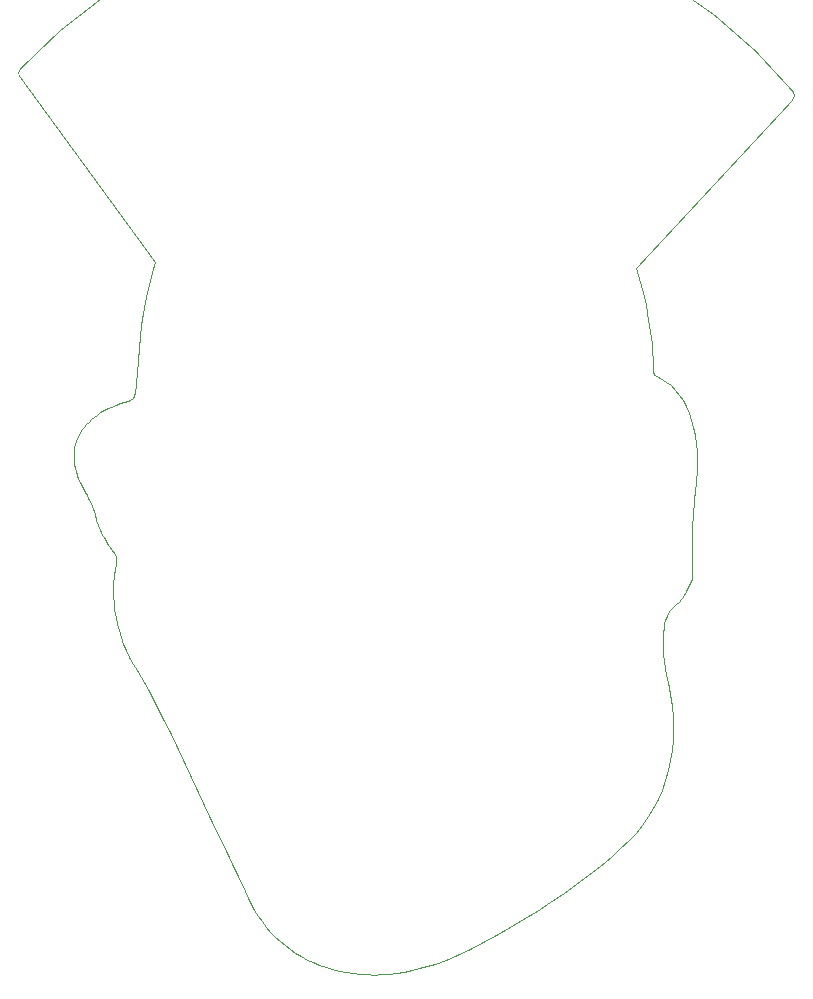
<source format=gbr>
%TF.GenerationSoftware,KiCad,Pcbnew,8.0.5*%
%TF.CreationDate,2024-10-29T18:32:59-07:00*%
%TF.ProjectId,dfiu-ch32v003,64666975-2d63-4683-9332-763030332e6b,rev?*%
%TF.SameCoordinates,Original*%
%TF.FileFunction,Profile,NP*%
%FSLAX46Y46*%
G04 Gerber Fmt 4.6, Leading zero omitted, Abs format (unit mm)*
G04 Created by KiCad (PCBNEW 8.0.5) date 2024-10-29 18:32:59*
%MOMM*%
%LPD*%
G01*
G04 APERTURE LIST*
%TA.AperFunction,Profile*%
%ADD10C,0.050000*%
%TD*%
%TA.AperFunction,Profile*%
%ADD11C,0.100000*%
%TD*%
G04 APERTURE END LIST*
D10*
X99850000Y-92450000D02*
G75*
G02*
X99770061Y-93141760I-404941J-303704D01*
G01*
X34345061Y-91178704D02*
G75*
G02*
X34425000Y-90486945I404939J303704D01*
G01*
X34345061Y-91178704D02*
X45786721Y-106866159D01*
X99770061Y-93141760D02*
X86557265Y-107386023D01*
X34426185Y-90488051D02*
G75*
G02*
X99850000Y-92450000I31848815J-29761949D01*
G01*
D11*
X86725274Y-107917529D02*
X86557265Y-107386023D01*
X87046554Y-109110163D02*
X86725274Y-107917529D01*
X87337678Y-110423367D02*
X87046554Y-109110163D01*
X87586045Y-111794434D02*
X87337678Y-110423367D01*
X87779053Y-113160656D02*
X87586045Y-111794434D01*
X87850859Y-113822355D02*
X87779053Y-113160656D01*
X87904100Y-114459326D02*
X87850859Y-113822355D01*
X87937199Y-115063733D02*
X87904100Y-114459326D01*
X87948582Y-115627736D02*
X87937199Y-115063733D01*
X87950361Y-115865031D02*
X87948582Y-115627736D01*
X87953936Y-115962993D02*
X87950361Y-115865031D01*
X87960503Y-116049145D02*
X87953936Y-115962993D01*
X87965191Y-116088256D02*
X87960503Y-116049145D01*
X87970965Y-116124970D02*
X87965191Y-116088256D01*
X87977937Y-116159473D02*
X87970965Y-116124970D01*
X87986221Y-116191951D02*
X87977937Y-116159473D01*
X87995928Y-116222589D02*
X87986221Y-116191951D01*
X88007173Y-116251572D02*
X87995928Y-116222589D01*
X88020067Y-116279087D02*
X88007173Y-116251572D01*
X88034722Y-116305318D02*
X88020067Y-116279087D01*
X88051253Y-116330451D02*
X88034722Y-116305318D01*
X88069771Y-116354672D02*
X88051253Y-116330451D01*
X88090389Y-116378165D02*
X88069771Y-116354672D01*
X88113219Y-116401117D02*
X88090389Y-116378165D01*
X88138375Y-116423713D02*
X88113219Y-116401117D01*
X88165969Y-116446138D02*
X88138375Y-116423713D01*
X88196114Y-116468578D02*
X88165969Y-116446138D01*
X88228922Y-116491219D02*
X88196114Y-116468578D01*
X88302978Y-116537843D02*
X88228922Y-116491219D01*
X88389040Y-116587494D02*
X88302978Y-116537843D01*
X88600785Y-116701812D02*
X88389040Y-116587494D01*
X89050218Y-116974190D02*
X88600785Y-116701812D01*
X89465625Y-117295793D02*
X89050218Y-116974190D01*
X89846654Y-117665453D02*
X89465625Y-117295793D01*
X90192950Y-118082004D02*
X89846654Y-117665453D01*
X90504161Y-118544279D02*
X90192950Y-118082004D01*
X90779933Y-119051112D02*
X90504161Y-118544279D01*
X91019913Y-119601335D02*
X90779933Y-119051112D01*
X91223748Y-120193784D02*
X91019913Y-119601335D01*
X91391084Y-120827290D02*
X91223748Y-120193784D01*
X91521568Y-121500688D02*
X91391084Y-120827290D01*
X91614847Y-122212810D02*
X91521568Y-121500688D01*
X91670568Y-122962491D02*
X91614847Y-122212810D01*
X91688377Y-123748563D02*
X91670568Y-122962491D01*
X91667920Y-124569860D02*
X91688377Y-123748563D01*
X91608846Y-125425215D02*
X91667920Y-124569860D01*
X91510800Y-126313462D02*
X91608846Y-125425215D01*
X91451177Y-126815254D02*
X91510800Y-126313462D01*
X91399904Y-127339992D02*
X91451177Y-126815254D01*
X91356984Y-127887590D02*
X91399904Y-127339992D01*
X91322420Y-128457963D02*
X91356984Y-127887590D01*
X91296215Y-129051025D02*
X91322420Y-128457963D01*
X91278372Y-129666693D02*
X91296215Y-129051025D01*
X91268894Y-130304880D02*
X91278372Y-129666693D01*
X91267785Y-130965501D02*
X91268894Y-130304880D01*
X91280221Y-133654988D02*
X91267785Y-130965501D01*
X90839158Y-134567143D02*
X91280221Y-133654988D01*
X90781797Y-134682744D02*
X90839158Y-134567143D01*
X90723648Y-134793795D02*
X90781797Y-134682744D01*
X90664602Y-134900434D02*
X90723648Y-134793795D01*
X90604552Y-135002800D02*
X90664602Y-134900434D01*
X90543392Y-135101032D02*
X90604552Y-135002800D01*
X90481014Y-135195267D02*
X90543392Y-135101032D01*
X90417311Y-135285645D02*
X90481014Y-135195267D01*
X90352175Y-135372303D02*
X90417311Y-135285645D01*
X90285501Y-135455380D02*
X90352175Y-135372303D01*
X90217179Y-135535014D02*
X90285501Y-135455380D01*
X90147104Y-135611343D02*
X90217179Y-135535014D01*
X90075168Y-135684507D02*
X90147104Y-135611343D01*
X90001264Y-135754642D02*
X90075168Y-135684507D01*
X89925284Y-135821888D02*
X90001264Y-135754642D01*
X89847122Y-135886384D02*
X89925284Y-135821888D01*
X89766671Y-135948266D02*
X89847122Y-135886384D01*
X89573736Y-136116096D02*
X89766671Y-135948266D01*
X89401752Y-136317301D02*
X89573736Y-136116096D01*
X89250751Y-136551484D02*
X89401752Y-136317301D01*
X89120768Y-136818248D02*
X89250751Y-136551484D01*
X89011837Y-137117196D02*
X89120768Y-136818248D01*
X88923991Y-137447932D02*
X89011837Y-137117196D01*
X88857264Y-137810058D02*
X88923991Y-137447932D01*
X88811689Y-138203177D02*
X88857264Y-137810058D01*
X88787301Y-138626893D02*
X88811689Y-138203177D01*
X88784133Y-139080809D02*
X88787301Y-138626893D01*
X88802219Y-139564527D02*
X88784133Y-139080809D01*
X88841592Y-140077652D02*
X88802219Y-139564527D01*
X88902287Y-140619785D02*
X88841592Y-140077652D01*
X88984337Y-141190531D02*
X88902287Y-140619785D01*
X89087775Y-141789493D02*
X88984337Y-141190531D01*
X89212636Y-142416272D02*
X89087775Y-141789493D01*
X89403078Y-143430552D02*
X89212636Y-142416272D01*
X89540320Y-144422457D02*
X89403078Y-143430552D01*
X89624429Y-145391715D02*
X89540320Y-144422457D01*
X89655472Y-146338052D02*
X89624429Y-145391715D01*
X89633517Y-147261196D02*
X89655472Y-146338052D01*
X89558631Y-148160872D02*
X89633517Y-147261196D01*
X89430881Y-149036808D02*
X89558631Y-148160872D01*
X89250336Y-149888731D02*
X89430881Y-149036808D01*
X89017063Y-150716366D02*
X89250336Y-149888731D01*
X88731128Y-151519442D02*
X89017063Y-150716366D01*
X88392600Y-152297684D02*
X88731128Y-151519442D01*
X88001545Y-153050819D02*
X88392600Y-152297684D01*
X87558032Y-153778575D02*
X88001545Y-153050819D01*
X87062128Y-154480678D02*
X87558032Y-153778575D01*
X86513899Y-155156855D02*
X87062128Y-154480678D01*
X85913415Y-155806832D02*
X86513899Y-155156855D01*
X85193307Y-156503158D02*
X85913415Y-155806832D01*
X84377711Y-157228518D02*
X85193307Y-156503158D01*
X83478328Y-157975466D02*
X84377711Y-157228518D01*
X82506858Y-158736554D02*
X83478328Y-157975466D01*
X81475004Y-159504335D02*
X82506858Y-158736554D01*
X80394467Y-160271362D02*
X81475004Y-159504335D01*
X79276948Y-161030189D02*
X80394467Y-160271362D01*
X78134148Y-161773367D02*
X79276948Y-161030189D01*
X76977770Y-162493452D02*
X78134148Y-161773367D01*
X75819514Y-163182994D02*
X76977770Y-162493452D01*
X74671082Y-163834547D02*
X75819514Y-163182994D01*
X73544175Y-164440665D02*
X74671082Y-163834547D01*
X72450495Y-164993900D02*
X73544175Y-164440665D01*
X71401743Y-165486805D02*
X72450495Y-164993900D01*
X70409620Y-165911934D02*
X71401743Y-165486805D01*
X69485829Y-166261838D02*
X70409620Y-165911934D01*
X68830806Y-166476637D02*
X69485829Y-166261838D01*
X68178227Y-166662337D02*
X68830806Y-166476637D01*
X67528835Y-166819222D02*
X68178227Y-166662337D01*
X66883374Y-166947578D02*
X67528835Y-166819222D01*
X66242586Y-167047688D02*
X66883374Y-166947578D01*
X65607215Y-167119837D02*
X66242586Y-167047688D01*
X64978004Y-167164309D02*
X65607215Y-167119837D01*
X64355696Y-167181389D02*
X64978004Y-167164309D01*
X63741034Y-167171361D02*
X64355696Y-167181389D01*
X63134762Y-167134511D02*
X63741034Y-167171361D01*
X62537623Y-167071121D02*
X63134762Y-167134511D01*
X61950360Y-166981478D02*
X62537623Y-167071121D01*
X61373716Y-166865864D02*
X61950360Y-166981478D01*
X60808435Y-166724566D02*
X61373716Y-166865864D01*
X60255260Y-166557866D02*
X60808435Y-166724566D01*
X59714933Y-166366051D02*
X60255260Y-166557866D01*
X59188199Y-166149403D02*
X59714933Y-166366051D01*
X58675800Y-165908208D02*
X59188199Y-166149403D01*
X58178480Y-165642751D02*
X58675800Y-165908208D01*
X57696982Y-165353315D02*
X58178480Y-165642751D01*
X57232048Y-165040185D02*
X57696982Y-165353315D01*
X56784423Y-164703645D02*
X57232048Y-165040185D01*
X56354850Y-164343981D02*
X56784423Y-164703645D01*
X55944071Y-163961476D02*
X56354850Y-164343981D01*
X55552830Y-163556415D02*
X55944071Y-163961476D01*
X55181871Y-163129082D02*
X55552830Y-163556415D01*
X54831935Y-162679763D02*
X55181871Y-163129082D01*
X54503768Y-162208741D02*
X54831935Y-162679763D01*
X54198111Y-161716301D02*
X54503768Y-162208741D01*
X53915708Y-161202727D02*
X54198111Y-161716301D01*
X53657303Y-160668304D02*
X53915708Y-161202727D01*
X53423638Y-160113317D02*
X53657303Y-160668304D01*
X53323116Y-159867831D02*
X53423638Y-160113317D01*
X53189597Y-159559448D02*
X53323116Y-159867831D01*
X52846614Y-158803682D02*
X53189597Y-159559448D01*
X52440777Y-157945397D02*
X52846614Y-158803682D01*
X52018172Y-157083974D02*
X52440777Y-157945397D01*
X50497462Y-153939121D02*
X52018172Y-157083974D01*
X48255929Y-149203099D02*
X50497462Y-153939121D01*
X47634957Y-147889551D02*
X48255929Y-149203099D01*
X47048844Y-146668437D02*
X47634957Y-147889551D01*
X46504070Y-145552615D02*
X47048844Y-146668437D01*
X46007119Y-144554946D02*
X46504070Y-145552615D01*
X45564471Y-143688290D02*
X46007119Y-144554946D01*
X45182609Y-142965505D02*
X45564471Y-143688290D01*
X44868014Y-142399451D02*
X45182609Y-142965505D01*
X44627168Y-142002988D02*
X44868014Y-142399451D01*
X44265932Y-141430992D02*
X44627168Y-142002988D01*
X43935150Y-140861326D02*
X44265932Y-141430992D01*
X43634677Y-140293391D02*
X43935150Y-140861326D01*
X43364372Y-139726592D02*
X43634677Y-140293391D01*
X43124090Y-139160329D02*
X43364372Y-139726592D01*
X42913689Y-138594006D02*
X43124090Y-139160329D01*
X42733025Y-138027025D02*
X42913689Y-138594006D01*
X42581956Y-137458789D02*
X42733025Y-138027025D01*
X42460337Y-136888701D02*
X42581956Y-137458789D01*
X42368026Y-136316162D02*
X42460337Y-136888701D01*
X42304879Y-135740576D02*
X42368026Y-136316162D01*
X42270754Y-135161345D02*
X42304879Y-135740576D01*
X42265507Y-134577871D02*
X42270754Y-135161345D01*
X42288995Y-133989558D02*
X42265507Y-134577871D01*
X42341074Y-133395807D02*
X42288995Y-133989558D01*
X42421602Y-132796022D02*
X42341074Y-133395807D01*
X42471916Y-132467495D02*
X42421602Y-132796022D01*
X42490596Y-132331867D02*
X42471916Y-132467495D01*
X42504485Y-132212483D02*
X42490596Y-132331867D01*
X42513227Y-132107206D02*
X42504485Y-132212483D01*
X42515557Y-132059191D02*
X42513227Y-132107206D01*
X42516468Y-132013901D02*
X42515557Y-132059191D01*
X42515915Y-131971071D02*
X42516468Y-132013901D01*
X42513853Y-131930433D02*
X42515915Y-131971071D01*
X42510239Y-131891721D02*
X42513853Y-131930433D01*
X42505028Y-131854666D02*
X42510239Y-131891721D01*
X42498176Y-131819003D02*
X42505028Y-131854666D01*
X42489637Y-131784465D02*
X42498176Y-131819003D01*
X42479369Y-131750784D02*
X42489637Y-131784465D01*
X42467326Y-131717693D02*
X42479369Y-131750784D01*
X42453465Y-131684927D02*
X42467326Y-131717693D01*
X42437740Y-131652216D02*
X42453465Y-131684927D01*
X42420108Y-131619296D02*
X42437740Y-131652216D01*
X42400524Y-131585898D02*
X42420108Y-131619296D01*
X42378944Y-131551757D02*
X42400524Y-131585898D01*
X42355323Y-131516604D02*
X42378944Y-131551757D01*
X42301782Y-131442197D02*
X42355323Y-131516604D01*
X42239547Y-131360543D02*
X42301782Y-131442197D01*
X42168263Y-131269506D02*
X42239547Y-131360543D01*
X42059534Y-131126519D02*
X42168263Y-131269506D01*
X41952588Y-130976055D02*
X42059534Y-131126519D01*
X41847523Y-130818319D02*
X41952588Y-130976055D01*
X41744438Y-130653517D02*
X41847523Y-130818319D01*
X41643432Y-130481856D02*
X41744438Y-130653517D01*
X41544604Y-130303540D02*
X41643432Y-130481856D01*
X41448052Y-130118776D02*
X41544604Y-130303540D01*
X41353876Y-129927769D02*
X41448052Y-130118776D01*
X41262174Y-129730726D02*
X41353876Y-129927769D01*
X41173045Y-129527851D02*
X41262174Y-129730726D01*
X41002902Y-129105432D02*
X41173045Y-129527851D01*
X40844237Y-128662159D02*
X41002902Y-129105432D01*
X40697841Y-128199677D02*
X40844237Y-128662159D01*
X40624655Y-127968046D02*
X40697841Y-128199677D01*
X40540154Y-127726084D02*
X40624655Y-127968046D01*
X40447350Y-127480938D02*
X40540154Y-127726084D01*
X40349253Y-127239753D02*
X40447350Y-127480938D01*
X40248874Y-127009674D02*
X40349253Y-127239753D01*
X40149224Y-126797847D02*
X40248874Y-127009674D01*
X40053313Y-126611417D02*
X40149224Y-126797847D01*
X40007701Y-126529959D02*
X40053313Y-126611417D01*
X39964152Y-126457530D02*
X40007701Y-126529959D01*
X39771026Y-126134850D02*
X39964152Y-126457530D01*
X39597883Y-125814916D02*
X39771026Y-126134850D01*
X39444623Y-125497966D02*
X39597883Y-125814916D01*
X39311147Y-125184239D02*
X39444623Y-125497966D01*
X39197357Y-124873971D02*
X39311147Y-125184239D01*
X39103154Y-124567401D02*
X39197357Y-124873971D01*
X39028438Y-124264767D02*
X39103154Y-124567401D01*
X38973110Y-123966306D02*
X39028438Y-124264767D01*
X38937071Y-123672257D02*
X38973110Y-123966306D01*
X38922373Y-123419803D02*
X38937071Y-123672257D01*
X38922464Y-123098346D02*
X38922373Y-123419803D01*
X38943698Y-122818959D02*
X38922464Y-123098346D01*
X38983825Y-122544935D02*
X38943698Y-122818959D01*
X39042745Y-122276512D02*
X38983825Y-122544935D01*
X39120361Y-122013929D02*
X39042745Y-122276512D01*
X39216572Y-121757422D02*
X39120361Y-122013929D01*
X39331279Y-121507230D02*
X39216572Y-121757422D01*
X39464384Y-121263590D02*
X39331279Y-121507230D01*
X39615788Y-121026741D02*
X39464384Y-121263590D01*
X39785390Y-120796920D02*
X39615788Y-121026741D01*
X39973093Y-120574366D02*
X39785390Y-120796920D01*
X40178797Y-120359316D02*
X39973093Y-120574366D01*
X40402403Y-120152008D02*
X40178797Y-120359316D01*
X40643813Y-119952680D02*
X40402403Y-120152008D01*
X40902926Y-119761570D02*
X40643813Y-119952680D01*
X41179644Y-119578916D02*
X40902926Y-119761570D01*
X41473868Y-119404955D02*
X41179644Y-119578916D01*
X41785498Y-119239926D02*
X41473868Y-119404955D01*
X42114437Y-119084067D02*
X41785498Y-119239926D01*
X42460584Y-118937615D02*
X42114437Y-119084067D01*
X42823840Y-118800808D02*
X42460584Y-118937615D01*
X43204107Y-118673884D02*
X42823840Y-118800808D01*
X43520580Y-118577614D02*
X43204107Y-118673884D01*
X43647025Y-118533172D02*
X43520580Y-118577614D01*
X43754963Y-118482785D02*
X43647025Y-118533172D01*
X43846410Y-118420150D02*
X43754963Y-118482785D01*
X43923382Y-118338961D02*
X43846410Y-118420150D01*
X43987893Y-118232914D02*
X43923382Y-118338961D01*
X44041960Y-118095704D02*
X43987893Y-118232914D01*
X44087598Y-117921027D02*
X44041960Y-118095704D01*
X44126822Y-117702577D02*
X44087598Y-117921027D01*
X44161649Y-117434051D02*
X44126822Y-117702577D01*
X44194093Y-117109143D02*
X44161649Y-117434051D01*
X44259898Y-116264965D02*
X44194093Y-117109143D01*
X44340360Y-115119605D02*
X44259898Y-116264965D01*
X44423211Y-114118921D02*
X44340360Y-115119605D01*
X44528372Y-113128651D02*
X44423211Y-114118921D01*
X44654623Y-112153293D02*
X44528372Y-113128651D01*
X44800746Y-111197343D02*
X44654623Y-112153293D01*
X44965519Y-110265301D02*
X44800746Y-111197343D01*
X45147722Y-109361664D02*
X44965519Y-110265301D01*
X45346137Y-108490929D02*
X45147722Y-109361664D01*
X45559544Y-107657595D02*
X45346137Y-108490929D01*
X45786721Y-106866159D02*
X45559544Y-107657595D01*
M02*

</source>
